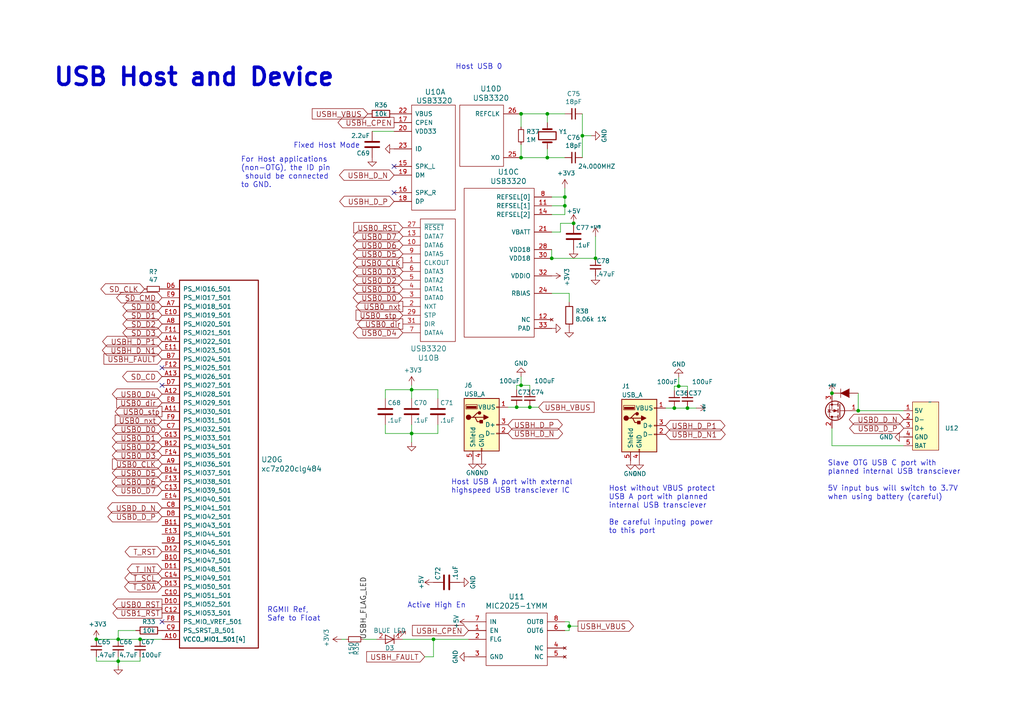
<source format=kicad_sch>
(kicad_sch (version 20230121) (generator eeschema)
  (paper "A4")
  (junction (at 151.13 33.02))
  (junction (at 119.38 113.03))
  (junction (at 168.91 39.37))
  (junction (at 34.29 191.77))
  (junction (at 158.75 45.72))
  (junction (at 34.29 185.42))
  (junction (at 199.39 118.364))
  (junction (at 151.13 45.72))
  (junction (at 196.85 112.014))
  (junction (at 241.3 114.046))
  (junction (at 40.64 185.42))
  (junction (at 172.72 74.93))
  (junction (at 149.86 118.11))
  (junction (at 153.67 118.11))
  (junction (at 151.13 111.76))
  (junction (at 125.73 185.42))
  (junction (at 166.37 64.77))
  (junction (at 248.92 119.126))
  (junction (at 158.75 33.02))
  (junction (at 163.83 59.69))
  (junction (at 195.58 118.364))
  (junction (at 119.38 125.73))
  (junction (at 160.02 74.93))
  (junction (at 163.83 57.15))
  (junction (at 165.1 181.61))
  (junction (at 27.94 185.42))
  (no_connect (at 46.99 106.68))
  (no_connect (at 114.3 48.26))
  (no_connect (at 46.99 180.34))
  (no_connect (at 114.3 55.88))
  (no_connect (at 46.99 111.76))
  (wire (pts (xy 27.94 190.5) (xy 27.94 191.77)))
  (wire (pts (xy 165.1 180.34) (xy 163.83 180.34)))
  (wire (pts (xy 158.75 33.02) (xy 163.83 33.02)))
  (wire (pts (xy 135.89 185.42) (xy 125.73 185.42)))
  (wire (pts (xy 34.29 191.77) (xy 34.29 193.04)))
  (wire (pts (xy 151.13 36.83) (xy 151.13 33.02)))
  (wire (pts (xy 196.85 109.474) (xy 196.85 112.014)))
  (wire (pts (xy 127 115.57) (xy 127 113.03)))
  (wire (pts (xy 153.67 118.11) (xy 156.21 118.11)))
  (wire (pts (xy 27.94 191.77) (xy 34.29 191.77)))
  (wire (pts (xy 165.1 181.61) (xy 167.64 181.61)))
  (wire (pts (xy 153.67 111.76) (xy 153.67 113.03)))
  (wire (pts (xy 34.29 185.42) (xy 40.64 185.42)))
  (wire (pts (xy 119.38 128.27) (xy 119.38 125.73)))
  (wire (pts (xy 119.38 113.03) (xy 119.38 115.57)))
  (wire (pts (xy 248.92 114.046) (xy 248.92 119.126)))
  (wire (pts (xy 151.13 111.76) (xy 153.67 111.76)))
  (wire (pts (xy 248.92 119.126) (xy 262.128 119.126)))
  (wire (pts (xy 163.83 62.23) (xy 160.02 62.23)))
  (wire (pts (xy 151.13 33.02) (xy 158.75 33.02)))
  (wire (pts (xy 160.02 59.69) (xy 163.83 59.69)))
  (wire (pts (xy 195.58 112.014) (xy 196.85 112.014)))
  (wire (pts (xy 195.58 112.014) (xy 195.58 113.284)))
  (wire (pts (xy 163.83 45.72) (xy 158.75 45.72)))
  (wire (pts (xy 100.33 185.42) (xy 99.06 185.42)))
  (wire (pts (xy 111.76 113.03) (xy 119.38 113.03)))
  (wire (pts (xy 151.13 41.91) (xy 151.13 45.72)))
  (wire (pts (xy 125.73 190.5) (xy 125.73 185.42)))
  (wire (pts (xy 119.38 111.76) (xy 119.38 113.03)))
  (wire (pts (xy 168.91 33.02) (xy 168.91 39.37)))
  (wire (pts (xy 147.32 118.11) (xy 149.86 118.11)))
  (wire (pts (xy 111.76 123.19) (xy 111.76 125.73)))
  (wire (pts (xy 160.02 67.31) (xy 162.56 67.31)))
  (wire (pts (xy 168.91 39.37) (xy 168.91 45.72)))
  (wire (pts (xy 127 125.73) (xy 127 123.19)))
  (wire (pts (xy 123.19 190.5) (xy 125.73 190.5)))
  (wire (pts (xy 158.75 45.72) (xy 158.75 43.18)))
  (wire (pts (xy 196.85 112.014) (xy 199.39 112.014)))
  (wire (pts (xy 111.76 115.57) (xy 111.76 113.03)))
  (wire (pts (xy 119.38 113.03) (xy 127 113.03)))
  (wire (pts (xy 163.83 54.61) (xy 163.83 57.15)))
  (wire (pts (xy 40.64 191.77) (xy 40.64 190.5)))
  (wire (pts (xy 195.58 118.364) (xy 199.39 118.364)))
  (wire (pts (xy 114.3 38.1) (xy 107.95 38.1)))
  (wire (pts (xy 111.76 125.73) (xy 119.38 125.73)))
  (wire (pts (xy 193.04 118.364) (xy 195.58 118.364)))
  (wire (pts (xy 34.29 191.77) (xy 34.29 190.5)))
  (wire (pts (xy 34.29 182.88) (xy 34.29 185.42)))
  (wire (pts (xy 125.73 185.42) (xy 116.84 185.42)))
  (wire (pts (xy 241.3 129.286) (xy 241.3 124.206)))
  (wire (pts (xy 199.39 112.014) (xy 199.39 113.284)))
  (wire (pts (xy 165.1 180.34) (xy 165.1 181.61)))
  (wire (pts (xy 149.86 111.76) (xy 149.86 113.03)))
  (wire (pts (xy 163.83 182.88) (xy 165.1 182.88)))
  (wire (pts (xy 163.83 59.69) (xy 163.83 62.23)))
  (wire (pts (xy 151.13 45.72) (xy 158.75 45.72)))
  (wire (pts (xy 160.02 85.09) (xy 165.1 85.09)))
  (wire (pts (xy 149.86 118.11) (xy 153.67 118.11)))
  (wire (pts (xy 160.02 72.39) (xy 160.02 74.93)))
  (wire (pts (xy 119.38 125.73) (xy 127 125.73)))
  (wire (pts (xy 149.86 111.76) (xy 151.13 111.76)))
  (wire (pts (xy 160.02 74.93) (xy 172.72 74.93)))
  (wire (pts (xy 46.99 185.42) (xy 40.64 185.42)))
  (wire (pts (xy 160.02 57.15) (xy 163.83 57.15)))
  (wire (pts (xy 39.37 182.88) (xy 34.29 182.88)))
  (wire (pts (xy 199.39 118.364) (xy 201.93 118.364)))
  (wire (pts (xy 27.94 185.42) (xy 34.29 185.42)))
  (wire (pts (xy 165.1 85.09) (xy 165.1 87.63)))
  (wire (pts (xy 151.13 109.22) (xy 151.13 111.76)))
  (wire (pts (xy 172.72 68.58) (xy 172.72 74.93)))
  (wire (pts (xy 168.91 39.37) (xy 171.45 39.37)))
  (wire (pts (xy 165.1 182.88) (xy 165.1 181.61)))
  (wire (pts (xy 119.38 123.19) (xy 119.38 125.73)))
  (wire (pts (xy 162.56 67.31) (xy 162.56 64.77)))
  (wire (pts (xy 105.41 185.42) (xy 109.22 185.42)))
  (wire (pts (xy 162.56 64.77) (xy 166.37 64.77)))
  (wire (pts (xy 34.29 191.77) (xy 40.64 191.77)))
  (wire (pts (xy 158.75 33.02) (xy 158.75 35.56)))
  (wire (pts (xy 163.83 57.15) (xy 163.83 59.69)))
  (wire (pts (xy 262.128 129.286) (xy 241.3 129.286)))
  (text "Fixed Host Mode" (at 85.09 43.18 0) (effects (font (size 1.524 1.524)) (justify left bottom)))
  (text "Host without VBUS protect \nUSB A port with planned \ninternal USB transciever\n\nBe careful inputing power\nto this port" (at 176.53 154.94 0) (effects (font (size 1.524 1.524)) (justify left bottom)))
  (text "Host USB 0" (at 132.08 20.32 0) (effects (font (size 1.524 1.524)) (justify left bottom)))
  (text "RGMII Ref, \nSafe to Float" (at 77.47 180.34 0) (effects (font (size 1.524 1.524)) (justify left bottom)))
  (text "For Host applications \n(non-OTG), the ID pin\n should be connected \nto GND." (at 69.85 54.61 0) (effects (font (size 1.524 1.524)) (justify left bottom)))
  (text "Active High En" (at 118.11 176.53 0) (effects (font (size 1.524 1.524)) (justify left bottom)))
  (text "USB Host and Device" (at 15.24 25.4 0) (effects (font (size 5.0038 5.0038) (thickness 1.0008) bold) (justify left bottom)))
  (text "Slave OTG USB C port with \nplanned internal USB transciever\n\n5V input bus will switch to 3.7V \nwhen using battery (careful)\n\n" (at 240.03 147.574 0) (effects (font (size 1.524 1.524)) (justify left bottom)))
  (text "Host USB A port with external \nhighspeed USB transciever IC" (at 130.81 143.256 0) (effects (font (size 1.524 1.524)) (justify left bottom)))
  (label "USBH_FLAG_LED" (at 106.68 185.42 90) (effects (font (size 1.524 1.524))))
  (global_label "USBH_D_N" (shape bidirectional) (at 147.32 125.73 0) (effects (font (size 1.524 1.524))) (property "Intersheetrefs" "${INTERSHEET_REFS}" (effects hide)))
  (global_label "USBH_VBUS" (shape input) (at 106.68 33.02 180) (effects (font (size 1.524 1.524))) (property "Intersheetrefs" "${INTERSHEET_REFS}" (effects hide)))
  (global_label "USBH_D_P1" (shape bidirectional) (at 46.99 99.06 180) (effects (font (size 1.524 1.524))) (property "Intersheetrefs" "${INTERSHEET_REFS}" (effects hide)))
  (global_label "T_SDA" (shape bidirectional) (at 46.99 170.18 180) (effects (font (size 1.524 1.524))) (property "Intersheetrefs" "${INTERSHEET_REFS}" (effects hide)))
  (global_label "SD_CD" (shape bidirectional) (at 46.99 109.22 180) (effects (font (size 1.524 1.524))) (property "Intersheetrefs" "${INTERSHEET_REFS}" (effects hide)))
  (global_label "USB0_D5" (shape bidirectional) (at 116.84 73.66 180) (effects (font (size 1.524 1.524))) (property "Intersheetrefs" "${INTERSHEET_REFS}" (effects hide)))
  (global_label "USBH_D_N1" (shape bidirectional) (at 46.99 101.6 180) (effects (font (size 1.524 1.524))) (property "Intersheetrefs" "${INTERSHEET_REFS}" (effects hide)))
  (global_label "USB0_dir" (shape output) (at 116.84 93.98 180) (effects (font (size 1.524 1.524))) (property "Intersheetrefs" "${INTERSHEET_REFS}" (effects hide)))
  (global_label "SD_D1" (shape bidirectional) (at 46.99 91.44 180) (effects (font (size 1.524 1.524))) (property "Intersheetrefs" "${INTERSHEET_REFS}" (effects hide)))
  (global_label "USB0_nxt" (shape output) (at 116.84 88.9 180) (effects (font (size 1.524 1.524))) (property "Intersheetrefs" "${INTERSHEET_REFS}" (effects hide)))
  (global_label "USB0_D6" (shape bidirectional) (at 46.99 139.7 180) (effects (font (size 1.524 1.524))) (property "Intersheetrefs" "${INTERSHEET_REFS}" (effects hide)))
  (global_label "USB0_D1" (shape bidirectional) (at 116.84 83.82 180) (effects (font (size 1.524 1.524))) (property "Intersheetrefs" "${INTERSHEET_REFS}" (effects hide)))
  (global_label "USB0_stp" (shape output) (at 46.99 119.38 180) (effects (font (size 1.524 1.524))) (property "Intersheetrefs" "${INTERSHEET_REFS}" (effects hide)))
  (global_label "USB0_D3" (shape bidirectional) (at 116.84 78.74 180) (effects (font (size 1.524 1.524))) (property "Intersheetrefs" "${INTERSHEET_REFS}" (effects hide)))
  (global_label "SD_CMD" (shape bidirectional) (at 46.99 86.36 180) (effects (font (size 1.524 1.524))) (property "Intersheetrefs" "${INTERSHEET_REFS}" (effects hide)))
  (global_label "T_INT" (shape bidirectional) (at 46.99 165.1 180) (effects (font (size 1.524 1.524))) (property "Intersheetrefs" "${INTERSHEET_REFS}" (effects hide)))
  (global_label "USBD_D_N" (shape bidirectional) (at 46.99 147.32 180) (effects (font (size 1.524 1.524))) (property "Intersheetrefs" "${INTERSHEET_REFS}" (effects hide)))
  (global_label "USBH_CPEN" (shape output) (at 114.3 35.56 180) (effects (font (size 1.524 1.524))) (property "Intersheetrefs" "${INTERSHEET_REFS}" (effects hide)))
  (global_label "USBH_D_P1" (shape bidirectional) (at 193.04 123.444 0) (effects (font (size 1.524 1.524))) (property "Intersheetrefs" "${INTERSHEET_REFS}" (effects hide)))
  (global_label "USB0_stp" (shape input) (at 116.84 91.44 180) (effects (font (size 1.524 1.524))) (property "Intersheetrefs" "${INTERSHEET_REFS}" (effects hide)))
  (global_label "USBH_FAULT" (shape input) (at 46.99 104.14 180) (effects (font (size 1.524 1.524))) (property "Intersheetrefs" "${INTERSHEET_REFS}" (effects hide)))
  (global_label "USB0_D2" (shape bidirectional) (at 46.99 129.54 180) (effects (font (size 1.524 1.524))) (property "Intersheetrefs" "${INTERSHEET_REFS}" (effects hide)))
  (global_label "SD_CLK" (shape bidirectional) (at 41.91 83.82 180) (effects (font (size 1.524 1.524))) (property "Intersheetrefs" "${INTERSHEET_REFS}" (effects hide)))
  (global_label "USB0_dir" (shape input) (at 46.99 116.84 180) (effects (font (size 1.524 1.524))) (property "Intersheetrefs" "${INTERSHEET_REFS}" (effects hide)))
  (global_label "USBH_CPEN" (shape input) (at 135.89 182.88 180) (effects (font (size 1.524 1.524))) (property "Intersheetrefs" "${INTERSHEET_REFS}" (effects hide)))
  (global_label "USB0_CLK" (shape input) (at 46.99 134.62 180) (effects (font (size 1.524 1.524))) (property "Intersheetrefs" "${INTERSHEET_REFS}" (effects hide)))
  (global_label "USB0_nxt" (shape input) (at 46.99 121.92 180) (effects (font (size 1.524 1.524))) (property "Intersheetrefs" "${INTERSHEET_REFS}" (effects hide)))
  (global_label "USBH_D_N1" (shape bidirectional) (at 193.04 125.984 0) (effects (font (size 1.524 1.524))) (property "Intersheetrefs" "${INTERSHEET_REFS}" (effects hide)))
  (global_label "USBD_D_P" (shape bidirectional) (at 46.99 149.86 180) (effects (font (size 1.524 1.524))) (property "Intersheetrefs" "${INTERSHEET_REFS}" (effects hide)))
  (global_label "USBH_VBUS" (shape input) (at 156.21 118.11 0) (effects (font (size 1.524 1.524))) (property "Intersheetrefs" "${INTERSHEET_REFS}" (effects hide)))
  (global_label "SD_D0" (shape bidirectional) (at 46.99 88.9 180) (effects (font (size 1.524 1.524))) (property "Intersheetrefs" "${INTERSHEET_REFS}" (effects hide)))
  (global_label "SD_D3" (shape bidirectional) (at 46.99 96.52 180) (effects (font (size 1.524 1.524))) (property "Intersheetrefs" "${INTERSHEET_REFS}" (effects hide)))
  (global_label "USB0_RST" (shape input) (at 116.84 66.04 180) (effects (font (size 1.524 1.524))) (property "Intersheetrefs" "${INTERSHEET_REFS}" (effects hide)))
  (global_label "USB0_D4" (shape bidirectional) (at 46.99 114.3 180) (effects (font (size 1.524 1.524))) (property "Intersheetrefs" "${INTERSHEET_REFS}" (effects hide)))
  (global_label "USBH_D_P" (shape bidirectional) (at 114.3 58.42 180) (effects (font (size 1.524 1.524))) (property "Intersheetrefs" "${INTERSHEET_REFS}" (effects hide)))
  (global_label "USB0_D5" (shape bidirectional) (at 46.99 137.16 180) (effects (font (size 1.524 1.524))) (property "Intersheetrefs" "${INTERSHEET_REFS}" (effects hide)))
  (global_label "USB0_D6" (shape bidirectional) (at 116.84 71.12 180) (effects (font (size 1.524 1.524))) (property "Intersheetrefs" "${INTERSHEET_REFS}" (effects hide)))
  (global_label "USB0_RST" (shape output) (at 46.99 175.26 180) (effects (font (size 1.524 1.524))) (property "Intersheetrefs" "${INTERSHEET_REFS}" (effects hide)))
  (global_label "USB0_D4" (shape bidirectional) (at 116.84 96.52 180) (effects (font (size 1.524 1.524))) (property "Intersheetrefs" "${INTERSHEET_REFS}" (effects hide)))
  (global_label "T_RST" (shape bidirectional) (at 46.99 160.02 180) (effects (font (size 1.524 1.524))) (property "Intersheetrefs" "${INTERSHEET_REFS}" (effects hide)))
  (global_label "USB0_D0" (shape bidirectional) (at 116.84 86.36 180) (effects (font (size 1.524 1.524))) (property "Intersheetrefs" "${INTERSHEET_REFS}" (effects hide)))
  (global_label "USBD_D_N" (shape bidirectional) (at 262.128 121.666 180) (effects (font (size 1.524 1.524))) (property "Intersheetrefs" "${INTERSHEET_REFS}" (effects hide)))
  (global_label "USB1_RST" (shape output) (at 46.99 177.8 180) (effects (font (size 1.524 1.524))) (property "Intersheetrefs" "${INTERSHEET_REFS}" (effects hide)))
  (global_label "USBH_FAULT" (shape input) (at 123.19 190.5 180) (effects (font (size 1.524 1.524))) (property "Intersheetrefs" "${INTERSHEET_REFS}" (effects hide)))
  (global_label "USBH_D_N" (shape bidirectional) (at 114.3 50.8 180) (effects (font (size 1.524 1.524))) (property "Intersheetrefs" "${INTERSHEET_REFS}" (effects hide)))
  (global_label "USB0_CLK" (shape output) (at 116.84 76.2 180) (effects (font (size 1.524 1.524))) (property "Intersheetrefs" "${INTERSHEET_REFS}" (effects hide)))
  (global_label "USB0_D0" (shape bidirectional) (at 46.99 124.46 180) (effects (font (size 1.524 1.524))) (property "Intersheetrefs" "${INTERSHEET_REFS}" (effects hide)))
  (global_label "T_SCL" (shape bidirectional) (at 46.99 167.64 180) (effects (font (size 1.524 1.524))) (property "Intersheetrefs" "${INTERSHEET_REFS}" (effects hide)))
  (global_label "USB0_D7" (shape bidirectional) (at 46.99 142.24 180) (effects (font (size 1.524 1.524))) (property "Intersheetrefs" "${INTERSHEET_REFS}" (effects hide)))
  (global_label "USBH_VBUS" (shape output) (at 167.64 181.61 0) (effects (font (size 1.524 1.524))) (property "Intersheetrefs" "${INTERSHEET_REFS}" (effects hide)))
  (global_label "USBH_D_P" (shape bidirectional) (at 147.32 123.19 0) (effects (font (size 1.524 1.524))) (property "Intersheetrefs" "${INTERSHEET_REFS}" (effects hide)))
  (global_label "USB0_D3" (shape bidirectional) (at 46.99 132.08 180) (effects (font (size 1.524 1.524))) (property "Intersheetrefs" "${INTERSHEET_REFS}" (effects hide)))
  (global_label "SD_D2" (shape bidirectional) (at 46.99 93.98 180) (effects (font (size 1.524 1.524))) (property "Intersheetrefs" "${INTERSHEET_REFS}" (effects hide)))
  (global_label "USBD_D_P" (shape bidirectional) (at 262.128 124.206 180) (effects (font (size 1.524 1.524))) (property "Intersheetrefs" "${INTERSHEET_REFS}" (effects hide)))
  (global_label "USB0_D7" (shape bidirectional) (at 116.84 68.58 180) (effects (font (size 1.524 1.524))) (property "Intersheetrefs" "${INTERSHEET_REFS}" (effects hide)))
  (global_label "USB0_D1" (shape bidirectional) (at 46.99 127 180) (effects (font (size 1.524 1.524))) (property "Intersheetrefs" "${INTERSHEET_REFS}" (effects hide)))
  (global_label "USB0_D2" (shape bidirectional) (at 116.84 81.28 180) (effects (font (size 1.524 1.524))) (property "Intersheetrefs" "${INTERSHEET_REFS}" (effects hide)))
  (symbol (lib_id "power:+5V") (at 135.89 180.34 90) (unit 1)
    (property "Reference" "#PWR0110" (effects hide))
    (property "Value" "+5V" (at 132.334 180.34 0))
  )
  (symbol (lib_id "power:GND") (at 135.89 190.5 270) (unit 1)
    (property "Reference" "#PWR0111" (effects hide))
    (property "Value" "GND" (at 132.08 190.5 0))
  )
  (symbol (lib_id "DFTBoard-rescue:USB_A-") (at 139.7 123.19 0) (unit 1)
    (property "Reference" "J6" (at 134.62 111.76 0) (effects (justify left)))
    (property "Value" "USB_A" (at 134.62 114.3 0) (effects (justify left)))
    (property "Footprint" "DFTcustom:USB-A-Receptacle-FCI_87583" (effects hide))
    (property "MFR" "Amphenol ICC" (effects hide))
    (property "MPN" "87583-2010RLF" (effects hide))
    (property "SPR" "Digikey" (effects hide))
    (property "SPN" "609-5390-1-ND" (effects hide))
    (property "SPURL" "-" (effects hide))
  )
  (symbol (lib_id "power:GND") (at 137.16 133.35 0) (unit 1)
    (property "Reference" "#PWR0112" (effects hide))
    (property "Value" "GND" (at 137.16 137.16 0))
  )
  (symbol (lib_id "power:GND") (at 139.7 133.35 0) (unit 1)
    (property "Reference" "#PWR0113" (effects hide))
    (property "Value" "GND" (at 139.7 137.16 0))
  )
  (symbol (lib_id "Microchip:USB3320") (at 119.38 60.96 0) (unit 1)
    (property "Reference" "U10" (at 123.19 26.67 0) (effects (font (size 1.524 1.524)) (justify left)))
    (property "Value" "USB3320" (at 120.65 29.21 0) (effects (font (size 1.524 1.524)) (justify left)))
    (property "Footprint" "Package_DFN_QFN:QFN-32-1EP_5x5mm_P0.5mm_EP3.1x3.1mm" (effects hide))
    (property "Manufacturer" "Microchip" (effects hide))
    (property "MFR" "Microchip Technology" (effects hide))
    (property "MPN" "USB3320C-EZK-TR" (effects hide))
    (property "SPR" "Digikey" (effects hide))
    (property "SPN" "USB3320C-EZK-CT-NDs" (effects hide))
    (property "SPURL" "-" (effects hide))
  )
  (symbol (lib_id "Microchip:USB3320") (at 132.08 63.5 180) (unit 2)
    (property "Reference" "U10" (at 124.3076 103.8098 0) (effects (font (size 1.524 1.524))))
    (property "Value" "USB3320" (at 124.3076 101.1174 0) (effects (font (size 1.524 1.524))))
    (property "Footprint" "Package_DFN_QFN:QFN-32-1EP_5x5mm_P0.5mm_EP3.1x3.1mm" (effects hide))
    (property "Manufacturer" "Microchip" (effects hide))
    (property "MFR" "Microchip Technology" (effects hide))
    (property "MPN" "USB3320C-EZK-TR" (effects hide))
    (property "SPR" "Digikey" (effects hide))
    (property "SPN" "USB3320C-EZK-CT-NDs" (effects hide))
    (property "SPURL" "-" (effects hide))
  )
  (symbol (lib_id "Microchip:USB3320") (at 134.62 97.79 0) (unit 3)
    (property "Reference" "U10" (at 147.4724 49.8602 0) (effects (font (size 1.524 1.524))))
    (property "Value" "USB3320" (at 147.4724 52.5526 0) (effects (font (size 1.524 1.524))))
    (property "Footprint" "Package_DFN_QFN:QFN-32-1EP_5x5mm_P0.5mm_EP3.1x3.1mm" (effects hide))
    (property "Manufacturer" "Microchip" (effects hide))
    (property "MFR" "Microchip Technology" (effects hide))
    (property "MPN" "USB3320C-EZK-TR" (effects hide))
    (property "SPR" "Digikey" (effects hide))
    (property "SPN" "USB3320C-EZK-CT-NDs" (effects hide))
    (property "SPURL" "-" (effects hide))
  )
  (symbol (lib_id "Microchip:USB3320") (at 133.35 48.26 0) (unit 4)
    (property "Reference" "U10" (at 142.3924 25.7302 0) (effects (font (size 1.524 1.524))))
    (property "Value" "USB3320" (at 142.3924 28.4226 0) (effects (font (size 1.524 1.524))))
    (property "Footprint" "Package_DFN_QFN:QFN-32-1EP_5x5mm_P0.5mm_EP3.1x3.1mm" (effects hide))
    (property "Manufacturer" "Microchip" (effects hide))
    (property "MFR" "Microchip Technology" (effects hide))
    (property "MPN" "USB3320C-EZK-TR" (effects hide))
    (property "SPR" "Digikey" (effects hide))
    (property "SPN" "USB3320C-EZK-CT-NDs" (effects hide))
    (property "SPURL" "-" (effects hide))
  )
  (symbol (lib_id "power:+3V3") (at 163.83 54.61 0) (unit 1)
    (property "Reference" "#PWR0117" (effects hide))
    (property "Value" "+3.3V" (at 164.211 50.2158 0))
  )
  (symbol (lib_id "power:+5V") (at 166.37 64.77 0) (unit 1)
    (property "Reference" "#PWR0119" (effects hide))
    (property "Value" "+5V" (at 166.37 61.214 0))
  )
  (symbol (lib_id "power:GND") (at 166.37 72.39 0) (unit 1)
    (property "Reference" "#PWR0120" (effects hide))
    (property "Value" "GND" (effects hide))
  )
  (symbol (lib_id "Device:C_Small") (at 172.72 77.47 0) (unit 1)
    (property "Reference" "C78" (at 172.974 75.692 0) (effects (justify left)))
    (property "Value" ".47uF" (at 172.974 79.502 0) (effects (justify left)))
    (property "Footprint" "Capacitor_SMD:C_0402_1005Metric" (effects hide))
    (property "MFR" "Yageo" (effects hide))
    (property "MPN" "CC0402KRX5R5BB474" (effects hide))
    (property "SPR" "Digikey" (effects hide))
    (property "SPN" "311-1684-1-ND" (effects hide))
    (instances (project "DFTBoard" (path "" (reference "C78") (unit 1)) (path "" (reference "C?") (unit 1))))
  )
  (symbol (lib_id "power:GND") (at 172.72 80.01 0) (unit 1)
    (property "Reference" "#PWR0123" (effects hide))
    (property "Value" "GND" (effects hide))
  )
  (symbol (lib_id "power:+1V8") (at 172.72 68.58 0) (unit 1)
    (property "Reference" "#PWR0122" (effects hide))
    (property "Value" "+1.8V" (at 172.72 65.786 0) (effects (font (size 0.762 0.762))))
  )
  (symbol (lib_id "power:+3V3") (at 160.02 80.01 270) (unit 1)
    (property "Reference" "#PWR0115" (effects hide))
    (property "Value" "+3.3V" (at 164.4142 80.391 0))
  )
  (symbol (lib_id "power:GND") (at 114.3 43.18 270) (unit 1)
    (property "Reference" "#PWR0107" (effects hide))
    (property "Value" "GND" (effects hide))
  )
  (symbol (lib_id "Device:C") (at 107.95 41.91 180) (unit 1)
    (property "Reference" "C69" (at 107.315 44.45 0) (effects (justify left)))
    (property "Value" "2.2uF" (at 107.315 39.37 0) (effects (justify left)))
    (property "Footprint" "Capacitor_SMD:C_0402_1005Metric" (effects hide))
    (property "MFR" "Murata" (effects hide))
    (property "MPN" "GRM155R61A225KE95D" (effects hide))
    (property "SPR" "Digikey" (effects hide))
    (property "SPN" "490-10451-1-ND" (effects hide))
    (instances (project "DFTBoard" (path "" (reference "C69") (unit 1)) (path "" (reference "C?") (unit 1))))
  )
  (symbol (lib_id "power:GND") (at 107.95 45.72 0) (unit 1)
    (property "Reference" "#PWR0104" (effects hide))
    (property "Value" "GND" (effects hide))
  )
  (symbol (lib_id "Device:R") (at 110.49 33.02 270) (unit 1)
    (property "Reference" "R36" (at 110.49 30.48 90))
    (property "Value" "10k" (at 110.49 33.02 90))
    (property "Footprint" "Resistor_SMD:R_0402_1005Metric" (effects hide))
    (property "MFR" "Yageo" (effects hide))
    (property "MPN" "RC0402FR-0710KL" (effects hide))
    (property "SPR" "Digikey" (effects hide))
    (property "SPN" "311-10.0KLRTR-ND" (effects hide))
  )
  (symbol (lib_id "power:GND") (at 160.02 95.25 90) (unit 1)
    (property "Reference" "#PWR0116" (effects hide))
    (property "Value" "GND" (effects hide))
  )
  (symbol (lib_id "Device:R") (at 165.1 91.44 0) (unit 1)
    (property "Reference" "R38" (at 166.878 90.2716 0) (effects (justify left)))
    (property "Value" "8.06k 1%" (at 166.878 92.583 0) (effects (justify left)))
    (property "Footprint" "Resistor_SMD:R_0402_1005Metric" (effects hide))
    (property "MFR" "Yageo" (effects hide))
    (property "MPN" "RC0402FR-078K06L" (effects hide))
    (property "SPR" "Digikey" (effects hide))
    (property "SPN" "311-8.06KLRTR-ND" (effects hide))
    (property "SPURL" "-" (effects hide))
  )
  (symbol (lib_id "power:GND") (at 165.1 95.25 0) (unit 1)
    (property "Reference" "#PWR0118" (effects hide))
    (property "Value" "GND" (effects hide))
  )
  (symbol (lib_id "Device:Crystal") (at 158.75 39.37 270) (unit 1)
    (property "Reference" "Y1" (at 162.0774 38.2016 90) (effects (justify left)))
    (property "Value" "24.000MHZ" (at 167.64 48.26 90) (effects (justify left)))
    (property "Footprint" "ABM3-12.000MHZ-B2-T:XTAL500X320X130N" (effects hide))
    (property "MFR" "Abracon LLC" (effects hide))
    (property "MPN" "ABM3-24.000MHZ-D2Y-T" (effects hide))
    (property "SPR" "DigiKey" (effects hide))
    (property "SPN" "535-10643-2-ND" (effects hide))
    (property "SPURL" "-" (effects hide))
  )
  (symbol (lib_id "Device:C_Small") (at 166.37 45.72 270) (unit 1)
    (property "Reference" "C76" (at 166.37 39.9034 90))
    (property "Value" "18pF" (at 166.37 42.2148 90))
    (property "Footprint" "Capacitor_SMD:C_0402_1005Metric" (effects hide))
    (property "MFR" "Murata" (effects hide))
    (property "MPN" "GCM1555C1H180JA16D" (effects hide))
    (property "SPR" "Digikey" (effects hide))
    (property "SPN" "490-12650-1-ND" (effects hide))
    (property "SPURL" "-" (effects hide))
  )
  (symbol (lib_id "Device:C_Small") (at 166.37 33.02 270) (unit 1)
    (property "Reference" "C75" (at 166.37 27.2034 90))
    (property "Value" "18pF" (at 166.37 29.5148 90))
    (property "Footprint" "Capacitor_SMD:C_0402_1005Metric" (effects hide))
    (property "MFR" "Murata" (effects hide))
    (property "MPN" "GCM1555C1H180JA16D" (effects hide))
    (property "SPR" "Digikey" (effects hide))
    (property "SPN" "490-12650-1-ND" (effects hide))
    (property "SPURL" "-" (effects hide))
  )
  (symbol (lib_id "power:GND") (at 171.45 39.37 90) (unit 1)
    (property "Reference" "#PWR0121" (effects hide))
    (property "Value" "GND" (at 175.26 39.37 0))
  )
  (symbol (lib_id "Device:C") (at 111.76 119.38 0) (unit 1)
    (property "Reference" "C68" (at 112.395 116.84 0) (effects (justify left)))
    (property "Value" ".1uF" (at 112.395 121.92 0) (effects (justify left)))
    (property "Footprint" "Capacitor_SMD:C_0402_1005Metric" (effects hide))
    (property "MFR" "Yageo" (effects hide))
    (property "MPN" "CC0402KRX7R6BB104" (effects hide))
    (property "SPR" "Digikey" (effects hide))
    (property "SPN" "311-1345-1-ND" (effects hide))
    (instances (project "DFTBoard" (path "" (reference "C68") (unit 1)) (path "" (reference "C?") (unit 1))))
  )
  (symbol (lib_id "Device:C") (at 119.38 119.38 0) (unit 1)
    (property "Reference" "C70" (at 120.015 116.84 0) (effects (justify left)))
    (property "Value" ".1uF" (at 120.015 121.92 0) (effects (justify left)))
    (property "Footprint" "Capacitor_SMD:C_0402_1005Metric" (effects hide))
    (property "MFR" "Yageo" (effects hide))
    (property "MPN" "CC0402KRX7R6BB104" (effects hide))
    (property "SPR" "Digikey" (effects hide))
    (property "SPN" "311-1345-1-ND" (effects hide))
    (instances (project "DFTBoard" (path "" (reference "C70") (unit 1)) (path "" (reference "C?") (unit 1))))
  )
  (symbol (lib_id "Device:C") (at 127 119.38 0) (unit 1)
    (property "Reference" "C71" (at 127.635 116.84 0) (effects (justify left)))
    (property "Value" ".1uF" (at 127.635 121.92 0) (effects (justify left)))
    (property "Footprint" "Capacitor_SMD:C_0402_1005Metric" (effects hide))
    (property "MFR" "Yageo" (effects hide))
    (property "MPN" "CC0402KRX7R6BB104" (effects hide))
    (property "SPR" "Digikey" (effects hide))
    (property "SPN" "311-1345-1-ND" (effects hide))
    (instances (project "DFTBoard" (path "" (reference "C71") (unit 1)) (path "" (reference "C?") (unit 1))))
  )
  (symbol (lib_id "power:+3V3") (at 119.38 111.76 0) (unit 1)
    (property "Reference" "#PWR0105" (effects hide))
    (property "Value" "+3.3V" (at 119.761 107.3658 0))
  )
  (symbol (lib_id "power:GND") (at 119.38 128.27 0) (unit 1)
    (property "Reference" "#PWR0106" (effects hide))
    (property "Value" "GND" (effects hide))
  )
  (symbol (lib_id "Device:C") (at 166.37 68.58 0) (unit 1)
    (property "Reference" "C77" (at 167.005 66.04 0) (effects (justify left)))
    (property "Value" ".1uF" (at 167.005 71.12 0) (effects (justify left)))
    (property "Footprint" "Capacitor_SMD:C_0402_1005Metric" (effects hide))
    (property "MFR" "Yageo" (effects hide))
    (property "MPN" "CC0402KRX7R6BB104" (effects hide))
    (property "SPR" "Digikey" (effects hide))
    (property "SPN" "311-1345-1-ND" (effects hide))
    (instances (project "DFTBoard" (path "" (reference "C77") (unit 1)) (path "" (reference "C?") (unit 1))))
  )
  (symbol (lib_id "Device:R_Small") (at 151.13 39.37 0) (unit 1)
    (property "Reference" "R37" (at 152.6286 38.2016 0) (effects (justify left)))
    (property "Value" "1M" (at 152.6286 40.513 0) (effects (justify left)))
    (property "Footprint" "Resistor_SMD:R_0402_1005Metric" (effects hide))
    (property "MFR" "Yageo" (effects hide))
    (property "MPN" "RC0402FR-071ML" (effects hide))
    (property "SPR" "Digikey" (effects hide))
    (property "SPN" "311-1.00MLRCT-ND" (effects hide))
    (property "SPURL" "-" (effects hide))
  )
  (symbol (lib_id "Micrel:MIC2025-1YMM") (at 140.97 193.04 0) (unit 1)
    (property "Reference" "U11" (at 149.86 173.0502 0) (effects (font (size 1.524 1.524))))
    (property "Value" "MIC2025-1YMM" (at 149.86 175.7426 0) (effects (font (size 1.524 1.524))))
    (property "Footprint" "SOP65P490X110-8N:SOP65P490X110-8N" (effects hide))
    (property "MFR" "Microchip" (effects hide))
    (property "MPN" "MIC2025-1YMM-TR" (effects hide))
    (property "SPR" "Digikey" (effects hide))
    (property "SPN" "MIC2025-1YMM-CT-ND" (effects hide))
    (property "SPURL" "-" (effects hide))
  )
  (symbol (lib_id "DFTBoard-rescue:LED-") (at 113.03 185.42 180) (unit 1)
    (property "Reference" "D3" (at 113.03 187.96 0))
    (property "Value" "BLUE LED" (at 113.03 182.88 0))
    (property "Footprint" "Capacitor_SMD:C_0603_1608Metric" (effects hide))
    (property "MFR" "Vishay Semiconductors" (effects hide))
    (property "MPN" "VLMB1300-GS08" (effects hide))
    (property "SPR" "Digikey" (effects hide))
    (property "SPN" "VLMB1300-GS08CT-ND" (effects hide))
  )
  (symbol (lib_id "Device:R_Small") (at 102.87 185.42 270) (unit 1)
    (property "Reference" "R35" (at 103.378 186.182 0) (effects (justify left)))
    (property "Value" "150" (at 101.854 186.182 0) (effects (justify left)))
    (property "Footprint" "Resistor_SMD:R_0402_1005Metric" (effects hide))
    (property "MFR" "Yageo" (effects hide))
    (property "MPN" "RC0402FR-07150RL" (effects hide))
    (property "SPR" "Digikey" (effects hide))
    (property "SPN" "311-150LRTR-ND" (effects hide))
  )
  (symbol (lib_id "power:+5V") (at 125.73 168.91 90) (unit 1)
    (property "Reference" "#PWR0108" (effects hide))
    (property "Value" "+5V" (at 122.174 168.91 0))
  )
  (symbol (lib_id "Device:C") (at 129.54 168.91 90) (unit 1)
    (property "Reference" "C72" (at 127 168.275 0) (effects (justify left)))
    (property "Value" ".1uF" (at 132.08 168.275 0) (effects (justify left)))
    (property "Footprint" "Capacitor_SMD:C_0402_1005Metric" (effects hide))
    (property "MFR" "Yageo" (effects hide))
    (property "MPN" "CC0402KRX7R6BB104" (effects hide))
    (property "SPR" "Digikey" (effects hide))
    (property "SPN" "311-1345-1-ND" (effects hide))
    (instances (project "DFTBoard" (path "" (reference "C72") (unit 1)) (path "" (reference "C?") (unit 1))))
  )
  (symbol (lib_id "power:GND") (at 133.35 168.91 90) (unit 1)
    (property "Reference" "#PWR0109" (effects hide))
    (property "Value" "GND" (at 137.16 168.91 0))
  )
  (symbol (lib_id "Device:R") (at 43.18 182.88 270) (unit 1)
    (property "Reference" "R33" (at 43.18 180.34 90))
    (property "Value" "10k" (at 43.18 182.88 90))
    (property "Footprint" "Resistor_SMD:R_0402_1005Metric" (effects hide))
    (property "MFR" "Yageo" (effects hide))
    (property "MPN" "RC0402FR-0710KL" (effects hide))
    (property "SPR" "Digikey" (effects hide))
    (property "SPN" "311-10.0KLRTR-ND" (effects hide))
  )
  (symbol (lib_id "Device:C_Small") (at 149.86 115.57 0) (unit 1)
    (property "Reference" "C73" (at 150.114 113.792 0) (effects (justify left)))
    (property "Value" "100uF" (at 144.78 110.49 0) (effects (justify left)))
    (property "Footprint" "Capacitor_SMD:C_1210_3225Metric" (effects hide))
    (property "MFR" "TAIYO YUDEN" (effects hide))
    (property "MPN" "JMK325ABJ107MM-P" (effects hide))
    (property "SPR" "Digikey" (effects hide))
    (property "SPN" "587-4313-1-ND" (effects hide))
    (instances (project "DFTBoard" (path "" (reference "C73") (unit 1)) (path "" (reference "C?") (unit 1))))
  )
  (symbol (lib_id "Device:C_Small") (at 153.67 115.57 0) (unit 1)
    (property "Reference" "C74" (at 153.924 113.792 0) (effects (justify left)))
    (property "Value" "100uF" (at 154.94 110.49 0) (effects (justify left)))
    (property "Footprint" "Capacitor_SMD:C_1210_3225Metric" (effects hide))
    (property "MFR" "TAIYO YUDEN" (effects hide))
    (property "MPN" "JMK325ABJ107MM-P" (effects hide))
    (property "SPR" "Digikey" (effects hide))
    (property "SPN" "587-4313-1-ND" (effects hide))
    (instances (project "DFTBoard" (path "" (reference "C74") (unit 1)) (path "" (reference "C?") (unit 1))))
  )
  (symbol (lib_id "power:GND") (at 151.13 109.22 180) (unit 1)
    (property "Reference" "#PWR0114" (effects hide))
    (property "Value" "GND" (at 151.13 105.41 0))
  )
  (symbol (lib_id "power:+3V3") (at 27.94 185.42 0) (unit 1)
    (property "Reference" "#PWR0101" (effects hide))
    (property "Value" "+3.3V" (at 28.321 181.0258 0))
  )
  (symbol (lib_id "Device:C_Small") (at 40.64 187.96 0) (unit 1)
    (property "Reference" "C67" (at 40.894 186.182 0) (effects (justify left)))
    (property "Value" "100uF" (at 40.894 189.992 0) (effects (justify left)))
    (property "Footprint" "Capacitor_SMD:C_1210_3225Metric" (effects hide))
    (property "MFR" "TAIYO YUDEN" (effects hide))
    (property "MPN" "JMK325ABJ107MM-P" (effects hide))
    (property "SPR" "Digikey" (effects hide))
    (property "SPN" "587-4313-1-ND" (effects hide))
    (instances (project "DFTBoard" (path "" (reference "C67") (unit 1)) (path "" (reference "C?") (unit 1))))
  )
  (symbol (lib_id "Device:C_Small") (at 27.94 187.96 0) (unit 1)
    (property "Reference" "C65" (at 28.194 186.182 0) (effects (justify left)))
    (property "Value" ".47uF" (at 28.194 189.992 0) (effects (justify left)))
    (property "Footprint" "Capacitor_SMD:C_0402_1005Metric" (effects hide))
    (property "MFR" "Yageo" (effects hide))
    (property "MPN" "CC0402KRX5R5BB474" (effects hide))
    (property "SPR" "Digikey" (effects hide))
    (property "SPN" "311-1684-1-ND" (effects hide))
    (instances (project "DFTBoard" (path "" (reference "C65") (unit 1)) (path "" (reference "C?") (unit 1))))
  )
  (symbol (lib_id "Device:C_Small") (at 34.29 187.96 0) (unit 1)
    (property "Reference" "C66" (at 34.544 186.182 0) (effects (justify left)))
    (property "Value" "4.7uF" (at 34.544 189.992 0) (effects (justify left)))
    (property "Footprint" "Capacitor_SMD:C_0402_1005Metric" (effects hide))
    (property "MFR" "Murata" (effects hide))
    (property "MPN" "GRM155R60G475ME47D" (effects hide))
    (property "SPR" "Digikey" (effects hide))
    (property "SPN" "490-11980-1-ND" (effects hide))
    (instances (project "DFTBoard" (path "" (reference "C66") (unit 1)) (path "" (reference "C?") (unit 1))))
  )
  (symbol (lib_id "power:GND") (at 34.29 193.04 0) (unit 1)
    (property "Reference" "#PWR0102" (effects hide))
    (property "Value" "GND" (effects hide))
    (instances (project "DFTBoard" (path "" (reference "#PWR0102") (unit 1)) (path "" (reference "#PWR?") (unit 1))))
  )
  (symbol (lib_id "xilinx7:xc7z020clg484") (at 46.99 83.82 0) (unit 7)
    (property "Reference" "U20" (at 75.7174 133.2738 0) (effects (font (size 1.524 1.524)) (justify left)))
    (property "Value" "xc7z020clg484" (at 75.7174 135.9662 0) (effects (font (size 1.524 1.524)) (justify left)))
    (property "Footprint" "DFTcustom:BGA-484_19.0x19.0mm_Layout22x22_P0.80mm_dia0.40mm" (effects hide))
    (property "MFR" "Xilinx" (effects hide))
    (property "MPN" "XC7Z020-1CLG484C" (effects hide))
    (property "SPR" "Digikey" (effects hide))
    (property "SPN" "122-1850-ND" (effects hide))
    (property "SPURL" "-" (effects hide))
  )
  (symbol (lib_id "Device:R_Small") (at 44.45 83.82 270) (unit 1)
    (property "Reference" "R?" (at 44.45 78.8416 90))
    (property "Value" "47" (at 44.45 81.153 90))
    (property "Footprint" "Resistor_SMD:R_0402_1005Metric" (effects hide))
    (property "MFR" "Yageo" (effects hide))
    (property "MPN" "RC0402JR-0747RL" (effects hide))
    (property "SPR" "Digikey" (effects hide))
    (property "SPN" "311-47JRTR-ND" (effects hide))
    (property "SPURL" "-" (effects hide))
    (instances (project "DFTBoard" (path "" (reference "R?") (unit 1)) (path "" (reference "R26") (unit 1))))
  )
  (symbol (lib_id "power:+3V3") (at 99.06 185.42 90) (unit 1)
    (property "Reference" "#PWR0103" (effects hide))
    (property "Value" "+3.3V" (at 94.6658 185.039 0))
  )
  (symbol (lib_id "Transistor_FET:NDT3055L") (at 243.84 119.126 180) (unit 1)
    (property "Reference" "Q1" (effects hide))
    (property "Value" "NDT452AP" (effects hide))
    (property "Footprint" "Package_TO_SOT_SMD:SOT-223-3_TabPin2" (effects hide))
    (property "Datasheet" "P-Channel 30 V 5A (Ta) 3W (Ta) Surface Mount SOT-223-4" (effects hide))
  )
  (symbol (lib_id "power:GND") (at 182.88 133.604 0) (unit 1)
    (property "Reference" "#PWR0127" (effects hide))
    (property "Value" "GND" (at 182.88 137.414 0))
    (instances (project "DFTBoard" (path "" (reference "#PWR0127") (unit 1))) (project "DFTBoard" (path "" (reference "#PWR0139") (unit 1))))
  )
  (symbol (lib_id "Device:C_Small") (at 199.39 115.824 0) (unit 1)
    (property "Reference" "C37" (at 199.644 114.046 0) (effects (justify left)))
    (property "Value" "100uF" (at 200.66 110.744 0) (effects (justify left)))
    (property "Footprint" "Capacitor_SMD:C_1210_3225Metric" (effects hide))
    (property "MFR" "TAIYO YUDEN" (effects hide))
    (property "MPN" "JMK325ABJ107MM-P" (effects hide))
    (property "SPR" "Digikey" (effects hide))
    (property "SPN" "587-4313-1-ND" (effects hide))
    (instances (project "DFTBoard" (path "" (reference "C37") (unit 1)) (path "" (reference "C?") (unit 1))) (project "DFTBoard" (path "" (reference "C137") (unit 1))))
  )
  (symbol (lib_id "power:GND") (at 262.128 126.746 270) (unit 1)
    (property "Reference" "#PWR058" (effects hide))
    (property "Value" "GND" (at 257.048 126.746 90))
  )
  (symbol (lib_id "power:GND") (at 185.42 133.604 0) (unit 1)
    (property "Reference" "#PWR0128" (effects hide))
    (property "Value" "GND" (at 185.42 137.414 0))
    (instances (project "DFTBoard" (path "" (reference "#PWR0128") (unit 1))) (project "DFTBoard" (path "" (reference "#PWR0140") (unit 1))))
  )
  (symbol (lib_id "DFTCustom:D") (at 245.11 114.046 0) (unit 1)
    (property "Reference" "S8KC-13" (effects hide))
    (property "Value" "D" (effects hide))
    (property "Footprint" "Diode_SMD:D_SMC" (effects hide))
    (property "Datasheet" "https://www.digikey.com/en/products/detail/diodes-incorporated/S8KC-13/1774331?utm_adgroup=&utm_source=google&utm_medium=cpc&utm_campaign=Pmax_Shopping_Product_Silicon%20Valley%20Category%20Awareness&utm_term=&utm_content=&utm_id=go_cmp-20773039395_adg-_ad-__dev-c_ext-_prd-1774331_sig-CjwKCAjwx-CyBhAqEiwAeOcTdXS5Fo1s5RWQlkYP0aKofgIUKeyPtI1VUYtZ7Qr9V9PHjbQ_fVuSnhoCxUQQAvD_BwE&gad_source=1&gclid=CjwKCAjwx-CyBhAqEiwAeOcTdXS5Fo1s5RWQlkYP0aKofgIUKeyPtI1VUYtZ7Qr9V9PHjbQ_fVuSnhoCxUQQAvD_BwE" (effects hide))
  )
  (symbol (lib_id "Device:C_Small") (at 195.58 115.824 0) (unit 1)
    (property "Reference" "C36" (at 195.834 114.046 0) (effects (justify left)))
    (property "Value" "100uF" (at 190.5 110.744 0) (effects (justify left)))
    (property "Footprint" "Capacitor_SMD:C_1210_3225Metric" (effects hide))
    (property "MFR" "TAIYO YUDEN" (effects hide))
    (property "MPN" "JMK325ABJ107MM-P" (effects hide))
    (property "SPR" "Digikey" (effects hide))
    (property "SPN" "587-4313-1-ND" (effects hide))
    (instances (project "DFTBoard" (path "" (reference "C36") (unit 1)) (path "" (reference "C?") (unit 1))) (project "DFTBoard" (path "" (reference "C136") (unit 1))))
  )
  (symbol (lib_id "power:GND") (at 196.85 109.474 180) (unit 1)
    (property "Reference" "#PWR0240" (effects hide))
    (property "Value" "GND" (at 196.85 105.664 0))
    (instances (project "DFTBoard" (path "" (reference "#PWR0240") (unit 1))) (project "DFTBoard" (path "" (reference "#PWR0141") (unit 1))))
  )
  (symbol (lib_id "power:+5V") (at 241.3 114.046 0) (unit 1)
    (property "Reference" "#PWR0241" (effects hide))
    (property "Value" "+5V" (at 241.3 111.76 0) (effects (font (size 0.762 0.762))))
    (instances (project "DFTBoard" (path "" (reference "#PWR0241") (unit 1))) (project "DFTBoard" (path "" (reference "#PWR061") (unit 1))))
  )
  (symbol (lib_id "DFTBoard-rescue:USB_A-") (at 185.42 123.444 0) (unit 1)
    (property "Reference" "J1" (at 180.34 112.014 0) (effects (justify left)))
    (property "Value" "USB_A" (at 180.34 114.554 0) (effects (justify left)))
    (property "Footprint" "DFTcustom:USB-A-Receptacle-FCI_87583" (effects hide))
    (property "MFR" "Amphenol ICC" (effects hide))
    (property "MPN" "87583-2010RLF" (effects hide))
    (property "SPR" "Digikey" (effects hide))
    (property "SPN" "609-5390-1-ND" (effects hide))
    (property "SPURL" "-" (effects hide))
    (instances (project "DFTBoard" (path "" (reference "J1") (unit 1))) (project "DFTBoard" (path "" (reference "J2") (unit 1))))
  )
  (symbol (lib_id "power:+5V") (at 201.93 118.364 270) (unit 1)
    (property "Reference" "#PWR0241" (effects hide))
    (property "Value" "+5V" (at 204.216 118.364 0) (effects (font (size 0.762 0.762))))
    (instances (project "DFTBoard" (path "" (reference "#PWR0241") (unit 1))) (project "DFTBoard" (path "" (reference "#PWR0142") (unit 1))))
  )
  (symbol (lib_id "new shii:Micro_Lipo_Charger") (at 269.748 116.586 0) (unit 1)
    (property "Reference" "U12" (at 274.066 124.206 0) (effects (justify left)))
    (property "Value" "~" (at 269.748 116.586 0))
    (property "Footprint" "Y!:Micro Lipo" (effects hide))
  )
)
</source>
